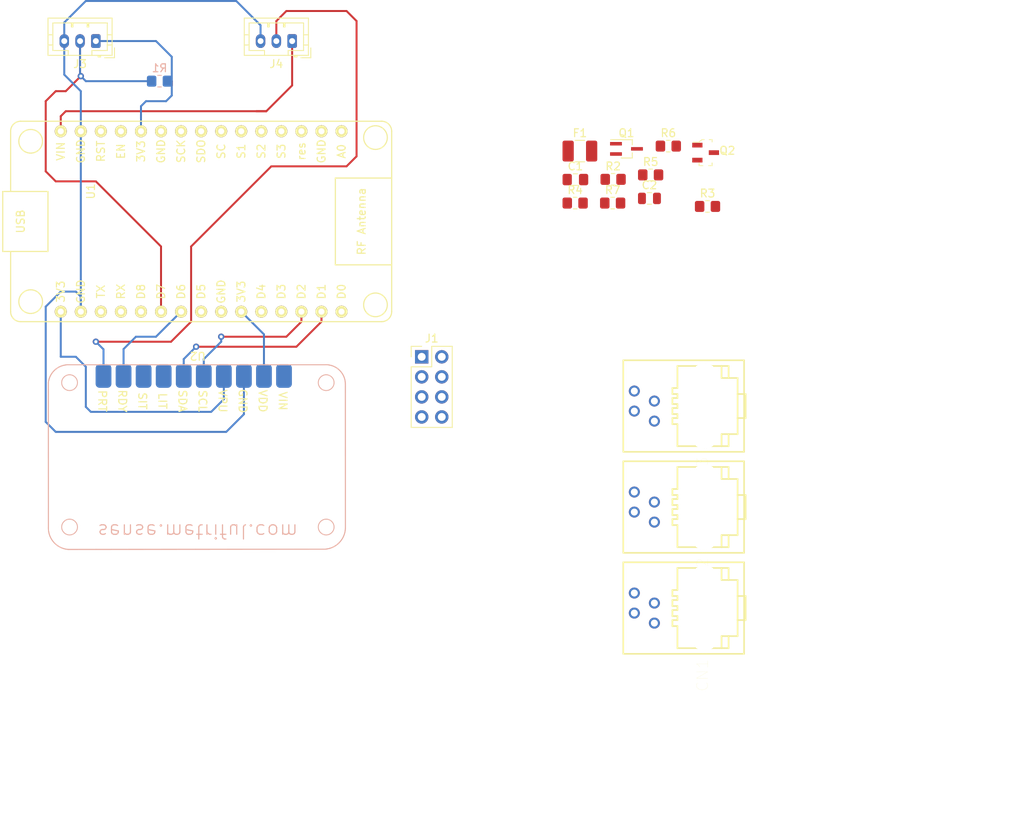
<source format=kicad_pcb>
(kicad_pcb (version 20211014) (generator pcbnew)
  (layers (0 "F.Cu" signal) (31 "B.Cu" signal) (34 "B.Paste" user) (35 "F.Paste" user) (36 "B.SilkS" user "B.Silkscreen") (37 "F.SilkS" user "F.Silkscreen") (38 "B.Mask" user) (39 "F.Mask" user) (44 "Edge.Cuts" user))
  (net 0 "")
  (net 1 "+3V3")
  (net 2 "Net-(J3-Pad2)")
  (net 3 "GND")
  (net 4 "VDD")
  (net 5 "Net-(J4-Pad2)")
  (net 15 "Net-(C1-Pad1)")
  (net 16 "Net-(J3-Pad1)")
  (net 21 "Net-(C2-Pad1)")
  (net 22 "Net-(U1-Pad22)")
  (net 23 "Net-(CN1-Pad2)")
  (net 24 "Net-(U1-Pad25)")
  (net 27 "Net-(U1-Pad28)")
  (net 28 "Net-(U1-Pad29)")
  (net 33 "Net-(F1-Pad2)")
  (net 34 "Net-(J1-Pad1)")
  (net 35 "Net-(J1-Pad3)")
  (net 36 "Net-(J1-Pad5)")
  (net 37 "Net-(J1-Pad7)")
  (net 38 "T_enable")
  (net 39 "Net-(Q1-Pad3)")
  (net 40 "Net-(Q2-Pad2)")
  (footprint "Fuse:Fuse_1210_3225Metric_Pad1.42x2.65mm_HandSolder" (layer "F.Cu") (at 142.585 52.04)
    (fp_text reference "F1" (at 0 -2.28) (layer "F.SilkS"))
    (fp_text value "Polyfuse_Small")
    (fp_line (start -0.602064 1.36) (end 0.602064 1.36) (layer "F.SilkS") (width 0.12))
    (fp_line (start -0.602064 -1.36) (end 0.602064 -1.36) (layer "F.SilkS") (width 0.12))
    (pad "1" smd roundrect (at -1.4875 0) (size 1.425 2.65) (layers "F.Cu" "F.Paste" "F.Mask") (roundrect_rratio 0.175439) (net 21 "Net-(C2-Pad1)"))
    (pad "2" smd roundrect (at 1.4875 0) (size 1.425 2.65) (layers "F.Cu" "F.Paste" "F.Mask") (roundrect_rratio 0.175439) (net 33 "Net-(F1-Pad2)"))
  )
  (footprint "Resistor_SMD:R_0805_2012Metric_Pad1.20x1.40mm_HandSolder" (layer "F.Cu") (at 146.735 58.63)
    (fp_text reference "R7" (at 0 -1.65) (layer "F.SilkS"))
    (fp_text value "22R")
    (fp_line (start -0.227064 0.735) (end 0.227064 0.735) (layer "F.SilkS") (width 0.12))
    (fp_line (start -0.227064 -0.735) (end 0.227064 -0.735) (layer "F.SilkS") (width 0.12))
    (pad "1" smd roundrect (at -1 0) (size 1.2 1.4) (layers "F.Cu" "F.Paste" "F.Mask") (roundrect_rratio 0.208333) (net 21 "Net-(C2-Pad1)"))
    (pad "2" smd roundrect (at 1 0) (size 1.2 1.4) (layers "F.Cu" "F.Paste" "F.Mask") (roundrect_rratio 0.208333) (net 23 "Net-(CN1-Pad2)"))
  )
  (footprint "1wire-v0.4:rj10" (layer "F.Cu") (at 157.48 97.155 90)
    (fp_text reference "CN2" (at -8.516405 0.635545 90) (layer "F.SilkS") (effects (font (size 1.40122 1.40122) (thickness 0.015))))
    (fp_text value "RJ10")
    (fp_line (start 1.016 -3.175) (end 1.016 -2.54) (layer "F.SilkS") (width 0.2032))
    (fp_line (start -3.556 3.937) (end -3.556 5.08) (layer "F.SilkS") (width 0.2032))
    (fp_line (start -5.8 5.9) (end 5.8 5.9) (layer "F.SilkS") (width 0.2032))
    (fp_line (start -1.016 -3.175) (end -0.254 -3.175) (layer "F.SilkS") (width 0.2032))
    (fp_line (start 5.8 5.9) (end 5.8 -9.4) (layer "F.SilkS") (width 0.2032))
    (fp_line (start 1.524 -3.175) (end 1.524 -2.54) (layer "F.SilkS") (width 0.2032))
    (fp_line (start 5.08 3.937) (end 5.08 3.048) (layer "F.SilkS") (width 0.2032))
    (fp_line (start 1.524 -3.175) (end 2.286 -3.175) (layer "F.SilkS") (width 0.2032))
    (fp_line (start -1.016 -2.54) (end -1.524 -2.54) (layer "F.SilkS") (width 0.2032))
    (fp_line (start 0.254 -2.54) (end -0.254 -2.54) (layer "F.SilkS") (width 0.2032))
    (fp_line (start -0.254 -3.175) (end -0.254 -2.54) (layer "F.SilkS") (width 0.2032))
    (fp_line (start -5.08 3.048) (end -5.08 3.937) (layer "F.SilkS") (width 0.2032))
    (fp_line (start 5.8 -9.4) (end -5.8 -9.4) (layer "F.SilkS") (width 0.2032))
    (fp_line (start -3.556 3.048) (end -3.556 3.937) (layer "F.SilkS") (width 0.2032))
    (fp_line (start -5.08 3.937) (end -3.556 3.937) (layer "F.SilkS") (width 0.2032))
    (fp_line (start -5.8 -9.4) (end -5.8 5.9) (layer "F.SilkS") (width 0.2032))
    (fp_line (start 0.254 -3.175) (end 1.016 -3.175) (layer "F.SilkS") (width 0.2032))
    (fp_line (start 5.08 3.048) (end 3.556 3.048) (layer "F.SilkS") (width 0.2032))
    (fp_line (start -1.524 5.08) (end 1.524 5.08) (layer "F.SilkS") (width 0.2032))
    (fp_line (start 3.556 3.048) (end 3.556 3.937) (layer "F.SilkS") (width 0.2032))
    (fp_line (start 5.08 -2.54) (end 2.286 -2.54) (layer "F.SilkS") (width 0.2032))
    (fp_line (start -2.286 -3.175) (end -1.524 -3.175) (layer "F.SilkS") (width 0.2032))
    (fp_line (start 5.08 3.937) (end 3.556 3.937) (layer "F.SilkS") (width 0.2032))
    (fp_line (start -2.286 -2.54) (end -5.08 -2.54) (layer "F.SilkS") (width 0.2032))
    (fp_line (start 1.524 6.096) (end 1.524 5.08) (layer "F.SilkS") (width 0.2032))
    (fp_line (start 3.556 3.937) (end 3.556 5.08) (layer "F.SilkS") (width 0.2032))
    (fp_line (start 2.286 -3.175) (end 2.286 -2.54) (layer "F.SilkS") (width 0.2032))
    (fp_line (start 0.254 -3.175) (end 0.254 -2.54) (layer "F.SilkS") (width 0.2032))
    (fp_line (start 5.08 3.048) (end 5.08 -2.54) (layer "F.SilkS") (width 0.2032))
    (fp_line (start 1.524 -2.54) (end 1.016 -2.54) (layer "F.SilkS") (width 0.2032))
    (fp_line (start -1.524 -3.175) (end -1.524 -2.54) (layer "F.SilkS") (width 0.2032))
    (fp_line (start -5.08 -2.54) (end -5.08 3.048) (layer "F.SilkS") (width 0.2032))
    (fp_line (start -1.524 5.08) (end -1.524 6.096) (layer "F.SilkS") (width 0.2032))
    (fp_line (start -1.016 -3.175) (end -1.016 -2.54) (layer "F.SilkS") (width 0.2032))
    (fp_line (start -5.08 3.048) (end -3.556 3.048) (layer "F.SilkS") (width 0.2032))
    (fp_line (start -2.286 -3.175) (end -2.286 -2.54) (layer "F.SilkS") (width 0.2032))
    (fp_line (start 1.524 5.08) (end 3.556 5.08) (layer "F.SilkS") (width 0.2032))
    (fp_line (start -1.524 6.096) (end 1.524 6.096) (layer "F.SilkS") (width 0.2032))
    (fp_line (start -3.556 5.08) (end -1.524 5.08) (layer "F.SilkS") (width 0.2032))
    (pad "" np_thru_hole circle locked (at -3.81 0.889 90) (size 3.2512 3.2512) (drill 3.2512) (layers *.Cu *.Mask))
    (pad "" np_thru_hole circle locked (at 3.81 0.889 90) (size 3.2512 3.2512) (drill 3.2512) (layers *.Cu *.Mask))
    (pad "1" thru_hole circle locked (at -1.905 -5.461 90) (size 1.397 1.397) (drill 0.889) (layers *.Cu *.Mask) (net 3 "GND"))
    (pad "2" thru_hole circle locked (at -0.635 -8.001 90) (size 1.397 1.397) (drill 0.889) (layers *.Cu *.Mask) (net 23 "Net-(CN1-Pad2)"))
    (pad "3" thru_hole circle locked (at 0.635 -5.461 90) (size 1.397 1.397) (drill 0.889) (layers *.Cu *.Mask) (net 15 "Net-(C1-Pad1)"))
    (pad "4" thru_hole circle locked (at 1.905 -8.001 90) (size 1.397 1.397) (drill 0.889) (layers *.Cu *.Mask))
  )
  (footprint "1wire-v0.4:rj10" (layer "F.Cu") (at 157.48 84.355 90)
    (fp_text reference "CN3" (at -8.516405 0.635545 90) (layer "F.SilkS") (effects (font (size 1.40122 1.40122) (thickness 0.015))))
    (fp_text value "RJ10")
    (fp_line (start 5.08 3.937) (end 5.08 3.048) (layer "F.SilkS") (width 0.2032))
    (fp_line (start 0.254 -2.54) (end -0.254 -2.54) (layer "F.SilkS") (width 0.2032))
    (fp_line (start -1.016 -3.175) (end -0.254 -3.175) (layer "F.SilkS") (width 0.2032))
    (fp_line (start -2.286 -3.175) (end -2.286 -2.54) (layer "F.SilkS") (width 0.2032))
    (fp_line (start -5.8 5.9) (end 5.8 5.9) (layer "F.SilkS") (width 0.2032))
    (fp_line (start 5.08 3.937) (end 3.556 3.937) (layer "F.SilkS") (width 0.2032))
    (fp_line (start 0.254 -3.175) (end 1.016 -3.175) (layer "F.SilkS") (width 0.2032))
    (fp_line (start 1.524 -3.175) (end 2.286 -3.175) (layer "F.SilkS") (width 0.2032))
    (fp_line (start -1.016 -2.54) (end -1.524 -2.54) (layer "F.SilkS") (width 0.2032))
    (fp_line (start 1.524 -2.54) (end 1.016 -2.54) (layer "F.SilkS") (width 0.2032))
    (fp_line (start -5.08 3.048) (end -3.556 3.048) (layer "F.SilkS") (width 0.2032))
    (fp_line (start 0.254 -3.175) (end 0.254 -2.54) (layer "F.SilkS") (width 0.2032))
    (fp_line (start -3.556 5.08) (end -1.524 5.08) (layer "F.SilkS") (width 0.2032))
    (fp_line (start -1.524 5.08) (end -1.524 6.096) (layer "F.SilkS") (width 0.2032))
    (fp_line (start -3.556 3.937) (end -3.556 5.08) (layer "F.SilkS") (width 0.2032))
    (fp_line (start 3.556 3.937) (end 3.556 5.08) (layer "F.SilkS") (width 0.2032))
    (fp_line (start 5.08 3.048) (end 5.08 -2.54) (layer "F.SilkS") (width 0.2032))
    (fp_line (start -1.524 5.08) (end 1.524 5.08) (layer "F.SilkS") (width 0.2032))
    (fp_line (start 1.016 -3.175) (end 1.016 -2.54) (layer "F.SilkS") (width 0.2032))
    (fp_line (start 5.08 3.048) (end 3.556 3.048) (layer "F.SilkS") (width 0.2032))
    (fp_line (start -2.286 -2.54) (end -5.08 -2.54) (layer "F.SilkS") (width 0.2032))
    (fp_line (start -1.016 -3.175) (end -1.016 -2.54) (layer "F.SilkS") (width 0.2032))
    (fp_line (start 1.524 -3.175) (end 1.524 -2.54) (layer "F.SilkS") (width 0.2032))
    (fp_line (start 2.286 -3.175) (end 2.286 -2.54) (layer "F.SilkS") (width 0.2032))
    (fp_line (start -0.254 -3.175) (end -0.254 -2.54) (layer "F.SilkS") (width 0.2032))
    (fp_line (start -3.556 3.048) (end -3.556 3.937) (layer "F.SilkS") (width 0.2032))
    (fp_line (start -5.08 3.048) (end -5.08 3.937) (layer "F.SilkS") (width 0.2032))
    (fp_line (start -1.524 6.096) (end 1.524 6.096) (layer "F.SilkS") (width 0.2032))
    (fp_line (start 5.08 -2.54) (end 2.286 -2.54) (layer "F.SilkS") (width 0.2032))
    (fp_line (start -5.8 -9.4) (end -5.8 5.9) (layer "F.SilkS") (width 0.2032))
    (fp_line (start -1.524 -3.175) (end -1.524 -2.54) (layer "F.SilkS") (width 0.2032))
    (fp_line (start 1.524 6.096) (end 1.524 5.08) (layer "F.SilkS") (width 0.2032))
    (fp_line (start 3.556 3.048) (end 3.556 3.937) (layer "F.SilkS") (width 0.2032))
    (fp_line (start -5.08 3.937) (end -3.556 3.937) (layer "F.SilkS") (width 0.2032))
    (fp_line (start 1.524 5.08) (end 3.556 5.08) (layer "F.SilkS") (width 0.2032))
    (fp_line (start 5.8 5.9) (end 5.8 -9.4) (layer "F.SilkS") (width 0.2032))
    (fp_line (start -5.08 -2.54) (end -5.08 3.048) (layer "F.SilkS") (width 0.2032))
    (fp_line (start -2.286 -3.175) (end -1.524 -3.175) (layer "F.SilkS") (width 0.2032))
    (fp_line (start 5.8 -9.4) (end -5.8 -9.4) (layer "F.SilkS") (width 0.2032))
    (pad "" np_thru_hole circle locked (at -3.81 0.889 90) (size 3.2512 3.2512) (drill 3.2512) (layers *.Cu *.Mask))
    (pad "" np_thru_hole circle locked (at 3.81 0.889 90) (size 3.2512 3.2512) (drill 3.2512) (layers *.Cu *.Mask))
    (pad "1" thru_hole circle locked (at -1.905 -5.461 90) (size 1.397 1.397) (drill 0.889) (layers *.Cu *.Mask) (net 3 "GND"))
    (pad "2" thru_hole circle locked (at -0.635 -8.001 90) (size 1.397 1.397) (drill 0.889) (layers *.Cu *.Mask) (net 23 "Net-(CN1-Pad2)"))
    (pad "3" thru_hole circle locked (at 0.635 -5.461 90) (size 1.397 1.397) (drill 0.889) (layers *.Cu *.Mask) (net 15 "Net-(C1-Pad1)"))
    (pad "4" thru_hole circle locked (at 1.905 -8.001 90) (size 1.397 1.397) (drill 0.889) (layers *.Cu *.Mask))
  )
  (footprint "Connector_JST:JST_PH_B3B-PH-K_1x03_P2.00mm_Vertical" (layer "F.Cu") (at 81.28 38.1 180)
    (fp_text reference "J3" (at 2 -2.9) (layer "F.SilkS"))
    (fp_text value "DS18b20")
    (fp_line (start 6.06 -1.81) (end -2.06 -1.81) (layer "F.SilkS") (width 0.12))
    (fp_line (start -2.06 2.91) (end 6.06 2.91) (layer "F.SilkS") (width 0.12))
    (fp_line (start -2.06 -0.5) (end -1.45 -0.5) (layer "F.SilkS") (width 0.12))
    (fp_line (start -1.45 2.3) (end 5.45 2.3) (layer "F.SilkS") (width 0.12))
    (fp_line (start -0.3 -1.81) (end -0.3 -2.01) (layer "F.SilkS") (width 0.12))
    (fp_line (start 2.9 1.8) (end 3.1 1.8) (layer "F.SilkS") (width 0.12))
    (fp_line (start 3.1 1.8) (end 3.1 2.3) (layer "F.SilkS") (width 0.12))
    (fp_line (start 3 2.3) (end 3 1.8) (layer "F.SilkS") (width 0.12))
    (fp_line (start -2.06 -1.81) (end -2.06 2.91) (layer "F.SilkS") (width 0.12))
    (fp_line (start 1 2.3) (end 1 1.8) (layer "F.SilkS") (width 0.12))
    (fp_line (start 0.5 -1.2) (end -1.45 -1.2) (layer "F.SilkS") (width 0.12))
    (fp_line (start 5.45 2.3) (end 5.45 -1.2) (layer "F.SilkS") (width 0.12))
    (fp_line (start -0.3 -1.91) (end -0.6 -1.91) (layer "F.SilkS") (width 0.12))
    (fp_line (start -2.06 0.8) (end -1.45 0.8) (layer "F.SilkS") (width 0.12))
    (fp_line (start 0.5 -1.81) (end 0.5 -1.2) (layer "F.SilkS") (width 0.12))
    (fp_line (start 6.06 -0.5) (end 5.45 -0.5) (layer "F.SilkS") (width 0.12))
    (fp_line (start 2.9 2.3) (end 2.9 1.8) (layer "F.SilkS") (width 0.12))
    (fp_line (start 0.9 2.3) (end 0.9 1.8) (layer "F.SilkS") (width 0.12))
    (fp_line (start -1.11 -2.11) (end -2.36 -2.11) (layer "F.SilkS") (width 0.12))
    (fp_line (start 6.06 0.8) (end 5.45 0.8) (layer "F.SilkS") (width 0.12))
    (fp_line (start 3.5 -1.2) (end 3.5 -1.81) (layer "F.SilkS") (width 0.12))
    (fp_line (start -0.6 -2.01) (end -0.6 -1.81) (layer "F.SilkS") (width 0.12))
    (fp_line (start -0.3 -2.01) (end -0.6 -2.01) (layer "F.SilkS") (width 0.12))
    (fp_line (start 1.1 1.8) (end 1.1 2.3) (layer "F.SilkS") (width 0.12))
    (fp_line (start -1.45 -1.2) (end -1.45 2.3) (layer "F.SilkS") (width 0.12))
    (fp_line (start 6.06 2.91) (end 6.06 -1.81) (layer "F.SilkS") (width 0.12))
    (fp_line (start -2.36 -2.11) (end -2.36 -0.86) (layer "F.SilkS") (width 0.12))
    (fp_line (start 5.45 -1.2) (end 3.5 -1.2) (layer "F.SilkS") (width 0.12))
    (fp_line (start 0.9 1.8) (end 1.1 1.8) (layer "F.SilkS") (width 0.12))
    (pad "1" thru_hole roundrect (at 0 0 180) (size 1.2 1.75) (drill 0.75) (layers *.Cu *.Mask) (roundrect_rratio 0.208333) (net 16 "Net-(J3-Pad1)"))
    (pad "2" thru_hole oval (at 2 0 180) (size 1.2 1.75) (drill 0.75) (layers *.Cu *.Mask) (net 2 "Net-(J3-Pad2)"))
    (pad "3" thru_hole oval (at 4 0 180) (size 1.2 1.75) (drill 0.75) (layers *.Cu *.Mask) (net 3 "GND"))
  )
  (footprint "Connector_PinHeader_2.54mm:PinHeader_2x04_P2.54mm_Vertical" (layer "F.Cu") (at 122.55 78.115)
    (fp_text reference "J1" (at 1.27 -2.33) (layer "F.SilkS"))
    (fp_text value "Conn_02x04_Odd_Even")
    (fp_line (start -1.33 1.27) (end 1.27 1.27) (layer "F.SilkS") (width 0.12))
    (fp_line (start -1.33 -1.33) (end 0 -1.33) (layer "F.SilkS") (width 0.12))
    (fp_line (start 1.27 -1.33) (end 3.87 -1.33) (layer "F.SilkS") (width 0.12))
    (fp_line (start -1.33 1.27) (end -1.33 8.95) (layer "F.SilkS") (width 0.12))
    (fp_line (start 1.27 1.27) (end 1.27 -1.33) (layer "F.SilkS") (width 0.12))
    (fp_line (start -1.33 0) (end -1.33 -1.33) (layer "F.SilkS") (width 0.12))
    (fp_line (start -1.33 8.95) (end 3.87 8.95) (layer "F.SilkS") (width 0.12))
    (fp_line (start 3.87 -1.33) (end 3.87 8.95) (layer "F.SilkS") (width 0.12))
    (pad "1" thru_hole rect (at 0 0) (size 1.7 1.7) (drill 1) (layers *.Cu *.Mask) (net 34 "Net-(J1-Pad1)"))
    (pad "2" thru_hole oval (at 2.54 0) (size 1.7 1.7) (drill 1) (layers *.Cu *.Mask) (net 3 "GND"))
    (pad "3" thru_hole oval (at 0 2.54) (size 1.7 1.7) (drill 1) (layers *.Cu *.Mask) (net 35 "Net-(J1-Pad3)"))
    (pad "4" thru_hole oval (at 2.54 2.54) (size 1.7 1.7) (drill 1) (layers *.Cu *.Mask) (net 3 "GND"))
    (pad "5" thru_hole oval (at 0 5.08) (size 1.7 1.7) (drill 1) (layers *.Cu *.Mask) (net 36 "Net-(J1-Pad5)"))
    (pad "6" thru_hole oval (at 2.54 5.08) (size 1.7 1.7) (drill 1) (layers *.Cu *.Mask) (net 3 "GND"))
    (pad "7" thru_hole oval (at 0 7.62) (size 1.7 1.7) (drill 1) (layers *.Cu *.Mask) (net 37 "Net-(J1-Pad7)"))
    (pad "8" thru_hole oval (at 2.54 7.62) (size 1.7 1.7) (drill 1) (layers *.Cu *.Mask) (net 3 "GND"))
  )
  (footprint "Resistor_SMD:R_0805_2012Metric_Pad1.20x1.40mm_HandSolder" (layer "F.Cu") (at 151.545 55.06)
    (fp_text reference "R5" (at 0 -1.65) (layer "F.SilkS"))
    (fp_text value "22R")
    (fp_line (start -0.227064 -0.735) (end 0.227064 -0.735) (layer "F.SilkS") (width 0.12))
    (fp_line (start -0.227064 0.735) (end 0.227064 0.735) (layer "F.SilkS") (width 0.12))
    (pad "1" smd roundrect (at -1 0) (size 1.2 1.4) (layers "F.Cu" "F.Paste" "F.Mask") (roundrect_rratio 0.208333) (net 15 "Net-(C1-Pad1)"))
    (pad "2" smd roundrect (at 1 0) (size 1.2 1.4) (layers "F.Cu" "F.Paste" "F.Mask") (roundrect_rratio 0.208333) (net 15 "Net-(C1-Pad1)"))
  )
  (footprint "Resistor_SMD:R_0805_2012Metric_Pad1.20x1.40mm_HandSolder" (layer "F.Cu") (at 153.785 51.41)
    (fp_text reference "R6" (at 0 -1.65) (layer "F.SilkS"))
    (fp_text value "10k")
    (fp_line (start -0.227064 -0.735) (end 0.227064 -0.735) (layer "F.SilkS") (width 0.12))
    (fp_line (start -0.227064 0.735) (end 0.227064 0.735) (layer "F.SilkS") (width 0.12))
    (pad "1" smd roundrect (at -1 0) (size 1.2 1.4) (layers "F.Cu" "F.Paste" "F.Mask") (roundrect_rratio 0.208333) (net 3 "GND"))
    (pad "2" smd roundrect (at 1 0) (size 1.2 1.4) (layers "F.Cu" "F.Paste" "F.Mask") (roundrect_rratio 0.208333) (net 21 "Net-(C2-Pad1)"))
  )
  (footprint "1wire-v0.4:rj10" (layer "F.Cu") (at 157.48 109.955 90)
    (fp_text reference "CN1" (at -8.516405 0.635545 90) (layer "F.SilkS") (effects (font (size 1.40122 1.40122) (thickness 0.015))))
    (fp_text value "RJ10")
    (fp_line (start 0.254 -3.175) (end 0.254 -2.54) (layer "F.SilkS") (width 0.2032))
    (fp_line (start 3.556 3.937) (end 3.556 5.08) (layer "F.SilkS") (width 0.2032))
    (fp_line (start -0.254 -3.175) (end -0.254 -2.54) (layer "F.SilkS") (width 0.2032))
    (fp_line (start 1.016 -3.175) (end 1.016 -2.54) (layer "F.SilkS") (width 0.2032))
    (fp_line (start 0.254 -2.54) (end -0.254 -2.54) (layer "F.SilkS") (width 0.2032))
    (fp_line (start -1.524 -3.175) (end -1.524 -2.54) (layer "F.SilkS") (width 0.2032))
    (fp_line (start 2.286 -3.175) (end 2.286 -2.54) (layer "F.SilkS") (width 0.2032))
    (fp_line (start 5.08 3.937) (end 5.08 3.048) (layer "F.SilkS") (width 0.2032))
    (fp_line (start -1.016 -3.175) (end -1.016 -2.54) (layer "F.SilkS") (width 0.2032))
    (fp_line (start 0.254 -3.175) (end 1.016 -3.175) (layer "F.SilkS") (width 0.2032))
    (fp_line (start -5.8 5.9) (end 5.8 5.9) (layer "F.SilkS") (width 0.2032))
    (fp_line (start -5.8 -9.4) (end -5.8 5.9) (layer "F.SilkS") (width 0.2032))
    (fp_line (start 1.524 -2.54) (end 1.016 -2.54) (layer "F.SilkS") (width 0.2032))
    (fp_line (start 5.08 3.048) (end 3.556 3.048) (layer "F.SilkS") (width 0.2032))
    (fp_line (start -1.016 -3.175) (end -0.254 -3.175) (layer "F.SilkS") (width 0.2032))
    (fp_line (start 3.556 3.048) (end 3.556 3.937) (layer "F.SilkS") (width 0.2032))
    (fp_line (start -1.524 6.096) (end 1.524 6.096) (layer "F.SilkS") (width 0.2032))
    (fp_line (start -5.08 -2.54) (end -5.08 3.048) (layer "F.SilkS") (width 0.2032))
    (fp_line (start 1.524 5.08) (end 3.556 5.08) (layer "F.SilkS") (width 0.2032))
    (fp_line (start 1.524 6.096) (end 1.524 5.08) (layer "F.SilkS") (width 0.2032))
    (fp_line (start -1.524 5.08) (end 1.524 5.08) (layer "F.SilkS") (width 0.2032))
    (fp_line (start -2.286 -2.54) (end -5.08 -2.54) (layer "F.SilkS") (width 0.2032))
    (fp_line (start -5.08 3.937) (end -3.556 3.937) (layer "F.SilkS") (width 0.2032))
    (fp_line (start -3.556 3.937) (end -3.556 5.08) (layer "F.SilkS") (width 0.2032))
    (fp_line (start -2.286 -3.175) (end -2.286 -2.54) (layer "F.SilkS") (width 0.2032))
    (fp_line (start 1.524 -3.175) (end 1.524 -2.54) (layer "F.SilkS") (width 0.2032))
    (fp_line (start 1.524 -3.175) (end 2.286 -3.175) (layer "F.SilkS") (width 0.2032))
    (fp_line (start 5.8 5.9) (end 5.8 -9.4) (layer "F.SilkS") (width 0.2032))
    (fp_line (start -1.016 -2.54) (end -1.524 -2.54) (layer "F.SilkS") (width 0.2032))
    (fp_line (start -1.524 5.08) (end -1.524 6.096) (layer "F.SilkS") (width 0.2032))
    (fp_line (start -5.08 3.048) (end -3.556 3.048) (layer "F.SilkS") (width 0.2032))
    (fp_line (start 5.08 -2.54) (end 2.286 -2.54) (layer "F.SilkS") (width 0.2032))
    (fp_line (start -3.556 3.048) (end -3.556 3.937) (layer "F.SilkS") (width 0.2032))
    (fp_line (start -3.556 5.08) (end -1.524 5.08) (layer "F.SilkS") (width 0.2032))
    (fp_line (start -2.286 -3.175) (end -1.524 -3.175) (layer "F.SilkS") (width 0.2032))
    (fp_line (start 5.8 -9.4) (end -5.8 -9.4) (layer "F.SilkS") (width 0.2032))
    (fp_line (start -5.08 3.048) (end -5.08 3.937) (layer "F.SilkS") (width 0.2032))
    (fp_line (start 5.08 3.937) (end 3.556 3.937) (layer "F.SilkS") (width 0.2032))
    (fp_line (start 5.08 3.048) (end 5.08 -2.54) (layer "F.SilkS") (width 0.2032))
    (pad "" np_thru_hole circle locked (at -3.81 0.889 90) (size 3.2512 3.2512) (drill 3.2512) (layers *.Cu *.Mask))
    (pad "" np_thru_hole circle locked (at 3.81 0.889 90) (size 3.2512 3.2512) (drill 3.2512) (layers *.Cu *.Mask))
    (pad "1" thru_hole circle locked (at -1.905 -5.461 90) (size 1.397 1.397) (drill 0.889) (layers *.Cu *.Mask) (net 3 "GND"))
    (pad "2" thru_hole circle locked (at -0.635 -8.001 90) (size 1.397 1.397) (drill 0.889) (layers *.Cu *.Mask) (net 23 "Net-(CN1-Pad2)"))
    (pad "3" thru_hole circle locked (at 0.635 -5.461 90) (size 1.397 1.397) (drill 0.889) (layers *.Cu *.Mask) (net 15 "Net-(C1-Pad1)"))
    (pad "4" thru_hole circle locked (at 1.905 -8.001 90) (size 1.397 1.397) (drill 0.889) (layers *.Cu *.Mask))
  )
  (footprint "Module:NodeMCU1.0(12-E)" (layer "F.Cu") (at 112.395 49.53 -90)
    (fp_text reference "U1" (at 7.62 31.75 90) (layer "F.SilkS"))
    (fp_text value "NodeMCU_1.0_(ESP-12E)")
    (fp_text user "D2" (at 20.32 5.08 90) (layer "F.SilkS"))
    (fp_text user "TX" (at 20.32 30.48 90) (layer "F.SilkS"))
    (fp_text user "EN" (at 2.54 27.94 90) (layer "F.SilkS"))
    (fp_text user "A0" (at 2.54 0 90) (layer "F.SilkS"))
    (fp_text user "S1" (at 2.54 12.7 90) (layer "F.SilkS"))
    (fp_text user "S3" (at 2.54 7.62 90) (layer "F.SilkS"))
    (fp_text user "SC" (at 2.54 15.24 90) (layer "F.SilkS"))
    (fp_text user "S2" (at 2.54 10.16 90) (layer "F.SilkS"))
    (fp_text user "D8" (at 20.32 25.4 90) (layer "F.SilkS"))
    (fp_text user "D3" (at 20.32 7.62 90) (layer "F.SilkS"))
    (fp_text user "D7" (at 20.32 22.86 90) (layer "F.SilkS"))
    (fp_text user "SDO" (at 2.54 17.78 90) (layer "F.SilkS"))
    (fp_text user "D4" (at 20.32 10.16 90) (layer "F.SilkS"))
    (fp_text user "GND" (at 2.54 2.54 90) (layer "F.SilkS"))
    (fp_text user "USB" (at 11.43 40.64 90) (layer "F.SilkS"))
    (fp_text user "3V3" (at 20.32 12.7 90) (layer "F.SilkS"))
    (fp_text user "3V3" (at 2.54 25.4 90) (layer "F.SilkS"))
    (fp_text user "D6" (at 20.32 20.32 90) (layer "F.SilkS"))
    (fp_text user "VIN" (at 2.54 35.56 90) (layer "F.SilkS"))
    (fp_text user "GND" (at 2.54 22.86 90) (layer "F.SilkS"))
    (fp_text user "SCK" (at 2.54 20.32 90) (layer "F.SilkS"))
    (fp_text user "res" (at 2.54 5.08 90) (layer "F.SilkS"))
    (fp_text user "3V3" (at 20.32 35.56 90) (layer "F.SilkS"))
    (fp_text user "GND" (at 2.54 33.02 90) (layer "F.SilkS"))
    (fp_text user "D5" (at 20.32 17.78 90) (layer "F.SilkS"))
    (fp_text user "GND" (at 20.32 33.02 90) (layer "F.SilkS"))
    (fp_text user "D1" (at 20.32 2.54 90) (layer "F.SilkS"))
    (fp_text user "RX" (at 20.32 27.94 90) (layer "F.SilkS"))
    (fp_text user "D0" (at 20.32 0 90) (layer "F.SilkS"))
    (fp_text user "RF Antenna" (at 11.43 -2.54 90) (layer "F.SilkS"))
    (fp_text user "GND" (at 20.32 15.24 90) (layer "F.SilkS"))
    (fp_text user "RST" (at 2.54 30.48 90) (layer "F.SilkS"))
    (fp_line (start 16.93 0.78) (end 5.93 0.78) (layer "F.SilkS") (width 0.15))
    (fp_line (start 7.63 42.91) (end 7.63 37.18) (layer "F.SilkS") (width 0.15))
    (fp_line (start 5.93 0.78) (end 5.93 -6.35) (layer "F.SilkS") (width 0.15))
    (fp_line (start 15.23 42.91) (end 7.63 42.91) (layer "F.SilkS") (width 0.15))
    (fp_line (start 7.63 37.18) (end 15.23 37.18) (layer "F.SilkS") (width 0.15))
    (fp_line (start 16.93 -6.35) (end 16.93 0.78) (layer "F.SilkS") (width 0.15))
    (fp_line (start 22.86 41.91) (end 15.24 41.91) (layer "F.SilkS") (width 0.15))
    (fp_line (start 22.86 -6.35) (end 0 -6.35) (layer "F.SilkS") (width 0.15))
    (fp_line (start 7.62 41.91) (end 0 41.91) (layer "F.SilkS") (width 0.15))
    (fp_line (start 15.23 37.18) (end 15.23 42.91) (layer "F.SilkS") (width 0.15))
    (fp_line (start 24.13 -5.08) (end 24.13 40.64) (layer "F.SilkS") (width 0.15))
    (fp_line (start -1.27 -5.08) (end -1.27 40.64) (layer "F.SilkS") (width 0.15))
    (fp_arc (start -1.27 -5.08) (mid -0.898026 -5.978026) (end 0 -6.35) (layer "F.SilkS") (width 0.15))
    (fp_arc (start 24.13 40.64) (mid 23.758026 41.538026) (end 22.86 41.91) (layer "F.SilkS") (width 0.15))
    (fp_arc (start 22.86 -6.35) (mid 23.758026 -5.978026) (end 24.13 -5.08) (layer "F.SilkS") (width 0.15))
    (fp_arc (start 0 41.91) (mid -0.898026 41.538026) (end -1.27 40.64) (layer "F.SilkS") (width 0.15))
    (fp_circle (center 0.8 -4.3) (end 2.3 -4.3) (layer "F.SilkS") (width 0.15) (fill none))
    (fp_circle (center 1.27 39.37) (end 2.77 39.37) (layer "F.SilkS") (width 0.15) (fill none))
    (fp_circle (center 22 -4.3) (end 23.5 -4.3) (layer "F.SilkS") (width 0.15) (fill none))
    (fp_circle (center 21.59 39.37) (end 23.09 39.37) (layer "F.SilkS") (width 0.15) (fill none))
    (pad "1" thru_hole circle (at 0 0 270) (size 1.524 1.524) (drill 0.762) (layers *.Cu *.Mask "F.SilkS"))
    (pad "2" thru_hole circle (at 0 2.54 270) (size 1.524 1.524) (drill 0.762) (layers *.Cu *.Mask "F.SilkS"))
    (pad "3" thru_hole circle (at 0 5.08 270) (size 1.524 1.524) (drill 0.762) (layers *.Cu *.Mask "F.SilkS"))
    (pad "4" thru_hole circle (at 0 7.62 270) (size 1.524 1.524) (drill 0.762) (layers *.Cu *.Mask "F.SilkS"))
    (pad "5" thru_hole circle (at 0 10.16 270) (size 1.524 1.524) (drill 0.762) (layers *.Cu *.Mask "F.SilkS"))
    (pad "6" thru_hole circle (at 0 12.7 270) (size 1.524 1.524) (drill 0.762) (layers *.Cu *.Mask "F.SilkS"))
    (pad "7" thru_hole circle (at 0 15.24 270) (size 1.524 1.524) (drill 0.762) (layers *.Cu *.Mask "F.SilkS"))
    (pad "8" thru_hole circle (at 0 17.78 270) (size 1.524 1.524) (drill 0.762) (layers *.Cu *.Mask "F.SilkS"))
    (pad "9" thru_hole circle (at 0 20.32 270) (size 1.524 1.524) (drill 0.762) (layers *.Cu *.Mask "F.SilkS"))
    (pad "10" thru_hole circle (at 0 22.86 270) (size 1.524 1.524) (drill 0.762) (layers *.Cu *.Mask "F.SilkS") (net 3 "GND"))
    (pad "11" thru_hole circle (at 0 25.4 270) (size 1.524 1.524) (drill 0.762) (layers *.Cu *.Mask "F.SilkS") (net 40 "Net-(Q2-Pad2)"))
    (pad "12" thru_hole circle (at 0 27.94 270) (size 1.524 1.524) (drill 0.762) (layers *.Cu *.Mask "F.SilkS"))
    (pad "13" thru_hole circle (at 0 30.48 270) (size 1.524 1.524) (drill 0.762) (layers *.Cu *.Mask "F.SilkS"))
    (pad "14" thru_hole circle (at 0 33.02 270) (size 1.524 1.524) (drill 0.762) (layers *.Cu *.Mask "F.SilkS") (net 3 "GND"))
    (pad "15" thru_hole circle (at 0 35.56 270) (size 1.524 1.524) (drill 0.762) (layers *.Cu *.Mask "F.SilkS") (net 4 "VDD"))
    (pad "16" thru_hole circle (at 22.86 35.56 270) (size 1.524 1.524) (drill 0.762) (layers *.Cu *.Mask "F.SilkS") (net 1 "+3V3"))
    (pad "17" thru_hole circle (at 22.86 33.02 270) (size 1.524 1.524) (drill 0.762) (layers *.Cu *.Mask "F.SilkS") (net 3 "GND"))
    (pad "18" thru_hole circle (at 22.86 30.48 270) (size 1.524 1.524) (drill 0.762) (layers *.Cu *.Mask "F.SilkS"))
    (pad "19" thru_hole circle (at 22.86 27.94 270) (size 1.524 1.524) (drill 0.762) (layers *.Cu *.Mask "F.SilkS"))
    (pad "20" thru_hole circle (at 22.86 25.4 270) (size 1.524 1.524) (drill 0.762) (layers *.Cu *.Mask "F.SilkS") (net 37 "Net-(J1-Pad7)"))
    (pad "21" thru_hole circle (at 22.86 22.86 270) (size 1.524 1.524) (drill 0.762) (layers *.Cu *.Mask "F.SilkS") (net 15 "Net-(C1-Pad1)"))
    (pad "22" thru_hole circle (at 22.86 20.32 270) (size 1.524 1.524) (drill 0.762) (layers *.Cu *.Mask "F.SilkS") (net 22 "Net-(U1-Pad22)"))
    (pad "23" thru_hole circle (at 22.86 17.78 270) (size 1.524 1.524) (drill 0.762) (layers *.Cu *.Mask "F.SilkS") (net 38 "T_enable"))
    (pad "24" thru_hole circle (at 22.86 15.24 270) (size 1.524 1.524) (drill 0.762) (layers *.Cu *.Mask "F.SilkS") (net 3 "GND"))
    (pad "25" thru_hole circle (at 22.86 12.7 270) (size 1.524 1.524) (drill 0.762) (layers *.Cu *.Mask "F.SilkS") (net 24 "Net-(U1-Pad25)"))
    (pad "26" thru_hole circle (at 22.86 10.16 270) (size 1.524 1.524) (drill 0.762) (layers *.Cu *.Mask "F.SilkS") (net 36 "Net-(J1-Pad5)"))
    (pad "27" thru_hole circle (at 22.86 7.62 270) (size 1.524 1.524) (drill 0.762) (layers *.Cu *.Mask "F.SilkS") (net 35 "Net-(J1-Pad3)"))
    (pad "28" thru_hole circle (at 22.86 5.08 270) (size 1.524 1.524) (drill 0.762) (layers *.Cu *.Mask "F.SilkS") (net 27 "Net-(U1-Pad28)"))
    (pad "29" thru_hole circle (at 22.86 2.54 270) (size 1.524 1.524) (drill 0.762) (layers *.Cu *.Mask "F.SilkS") (net 28 "Net-(U1-Pad29)"))
    (pad "30" thru_hole circle (at 22.86 0 270) (size 1.524 1.524) (drill 0.762) (layers *.Cu *.Mask "F.SilkS") (net 34 "Net-(J1-Pad1)"))
  )
  (footprint "Capacitor_SMD:C_0805_2012Metric_Pad1.18x1.45mm_HandSolder" (layer "F.Cu") (at 142.015 55.65)
    (fp_text reference "C1" (at 0 -1.68) (layer "F.SilkS"))
    (fp_text value "100pF")
    (fp_line (start -0.261252 -0.735) (end 0.261252 -0.735) (layer "F.SilkS") (width 0.12))
    (fp_line (start -0.261252 0.735) (end 0.261252 0.735) (layer "F.SilkS") (width 0.12))
    (pad "1" smd roundrect (at -1.0375 0) (size 1.175 1.45) (layers "F.Cu" "F.Paste" "F.Mask") (roundrect_rratio 0.212766) (net 15 "Net-(C1-Pad1)"))
    (pad "2" smd roundrect (at 1.0375 0) (size 1.175 1.45) (layers "F.Cu" "F.Paste" "F.Mask") (roundrect_rratio 0.212766) (net 3 "GND"))
  )
  (footprint "Sensor:Metriful_SMD-1" (layer "F.Cu") (at 75.264564 79.273213 180)
    (fp_text reference "U2" (at -18.926358 1.27 180 unlocked) (layer "F.SilkS"))
    (fp_text value "Metriful-1")
    (fp_text user "sense.metriful.com" (at -18.926358 -20.955 180 unlocked) (layer "B.SilkS") (effects (font (size 1.8 1.8)) (justify mirror)))
    (fp_text user "GND" (at -24.615 -4.445 270 unlocked) (layer "F.SilkS"))
    (fp_text user "VPU" (at -22.075 -4.445 270 unlocked) (layer "F.SilkS"))
    (fp_text user "SIT" (at -11.915 -4.445 270 unlocked) (layer "F.SilkS"))
    (fp_text user "SCL" (at -19.535 -4.445 270 unlocked) (layer "F.SilkS"))
    (fp_text user "VIN" (at -29.695 -4.445 270 unlocked) (layer "F.SilkS"))
    (fp_text user "SDA" (at -16.995 -4.445 270 unlocked) (layer "F.SilkS"))
    (fp_text user "RDY" (at -9.375 -4.445 270 unlocked) (layer "F.SilkS"))
    (fp_text user "PRT" (at -6.835 -4.445 270 unlocked) (layer "F.SilkS"))
    (fp_text user "LIT" (at -14.455 -4.445 270 unlocked) (layer "F.SilkS"))
    (fp_text user "VDD" (at -27.155 -4.445 270 unlocked) (layer "F.SilkS"))
    (fp_line (start 0 -2.115) (end -0.005814 -20.419485) (layer "B.SilkS") (width 0.12))
    (fp_line (start -37.620873 -20.576327) (end -37.616909 -2.283673) (layer "B.SilkS") (width 0.12))
    (fp_line (start -34.972397 0.148989) (end -2.684842 0.146445) (layer "B.SilkS") (width 0.12))
    (fp_line (start -2.557189 -23.253574) (end -34.83038 -23.22084) (layer "B.SilkS") (width 0.12))
    (fp_arc (start -37.620873 -20.576327) (mid -36.764554 -22.467261) (end -34.83038 -23.22084) (layer "B.SilkS") (width 0.12))
    (fp_arc (start 0 -2.115) (mid -0.891309 -0.448706) (end -2.684842 0.146445) (layer "B.SilkS") (width 0.12))
    (fp_arc (start -34.972397 0.148989) (mid -36.823532 -0.492406) (end -37.616909 -2.283673) (layer "B.SilkS") (width 0.12))
    (fp_arc (start -2.557189 -23.253574) (mid -0.700329 -22.359727) (end -0.005814 -20.419485) (layer "B.SilkS") (width 0.12))
    (fp_circle (center -2.686358 -20.415) (end -3.686358 -20.415) (layer "B.SilkS") (width 0.12) (fill none))
    (fp_circle (center -35.186358 -20.415) (end -36.186358 -20.415) (layer "B.SilkS") (width 0.12) (fill none))
    (fp_circle (center -2.686358 -2.115) (end -3.686358 -2.115) (layer "B.SilkS") (width 0.12) (fill none))
    (fp_circle (center -35.186358 -2.115) (end -36.186358 -2.115) (layer "B.SilkS") (width 0.12) (fill none))
    (fp_poly (pts (arc (start 0 -2.115) (mid -0.891067 -0.44842) (end -2.684842 0.146445)) (arc (start -34.972397 0.148989) (mid -36.823529 -0.492408) (end -37.616909 -2.283673)) (arc (start -37.620873 -20.576327) (mid -36.76471 -22.467424) (end -34.83038 -23.22084)) (arc (start -2.557189 -23.253574) (mid -0.700391 -22.359671) (end -0.005814 -20.419485))) (layer "B.SilkS") (width 0.12) (fill none))
    (pad "1" smd roundrect (at -6.985 -1.27 180) (size 2 3) (layers "B.Cu" "B.Paste" "B.Mask") (net 5 "Net-(J4-Pad2)"))
    (pad "2" smd roundrect (at -9.525 -1.27 180) (size 2 3) (layers "B.Cu" "B.Paste" "B.Mask") (net 22 "Net-(U1-Pad22)"))
    (pad "3" smd roundrect (at -12.065 -1.27 180) (size 2 3) (layers "B.Cu" "B.Paste" "B.Mask"))
    (pad "4" smd roundrect (at -14.605 -1.27 180) (size 2 3) (layers "B.Cu" "B.Paste" "B.Mask"))
    (pad "5" smd roundrect (at -17.145 -1.27 180) (size 2 3) (layers "B.Cu" "B.Paste" "B.Mask") (net 28 "Net-(U1-Pad29)"))
    (pad "6" smd roundrect (at -19.685 -1.27 180) (size 2 3) (layers "B.Cu" "B.Paste" "B.Mask") (net 27 "Net-(U1-Pad28)"))
    (pad "7" smd roundrect (at -22.225 -1.27 180) (size 2 3) (layers "B.Cu" "B.Paste" "B.Mask") (net 1 "+3V3"))
    (pad "8" smd roundrect (at -24.765 -1.27 180) (size 2 3) (layers "B.Cu" "B.Paste" "B.Mask") (net 3 "GND"))
    (pad "9" smd roundrect (at -27.305 -1.27 180) (size 2 3) (layers "B.Cu" "B.Paste" "B.Mask") (net 24 "Net-(U1-Pad25)"))
    (pad "10" smd roundrect (at -29.845 -1.27 180) (size 2 3) (layers "B.Cu" "B.Paste" "B.Mask"))
  )
  (footprint "Resistor_SMD:R_0805_2012Metric_Pad1.20x1.40mm_HandSolder" (layer "F.Cu") (at 141.985 58.63)
    (fp_text reference "R4" (at 0 -1.65) (layer "F.SilkS"))
    (fp_text value "22R")
    (fp_line (start -0.227064 0.735) (end 0.227064 0.735) (layer "F.SilkS") (width 0.12))
    (fp_line (start -0.227064 -0.735) (end 0.227064 -0.735) (layer "F.SilkS") (width 0.12))
    (pad "1" smd roundrect (at -1 0) (size 1.2 1.4) (layers "F.Cu" "F.Paste" "F.Mask") (roundrect_rratio 0.208333) (net 15 "Net-(C1-Pad1)"))
    (pad "2" smd roundrect (at 1 0) (size 1.2 1.4) (layers "F.Cu" "F.Paste" "F.Mask") (roundrect_rratio 0.208333) (net 15 "Net-(C1-Pad1)"))
  )
  (footprint "Resistor_SMD:R_0805_2012Metric_Pad1.20x1.40mm_HandSolder" (layer "F.Cu") (at 146.795 55.62)
    (fp_text reference "R2" (at 0 -1.65) (layer "F.SilkS"))
    (fp_text value "10k")
    (fp_line (start -0.227064 0.735) (end 0.227064 0.735) (layer "F.SilkS") (width 0.12))
    (fp_line (start -0.227064 -0.735) (end 0.227064 -0.735) (layer "F.SilkS") (width 0.12))
    (pad "1" smd roundrect (at -1 0) (size 1.2 1.4) (layers "F.Cu" "F.Paste" "F.Mask") (roundrect_rratio 0.208333) (net 39 "Net-(Q1-Pad3)"))
    (pad "2" smd roundrect (at 1 0) (size 1.2 1.4) (layers "F.Cu" "F.Paste" "F.Mask") (roundrect_rratio 0.208333) (net 40 "Net-(Q2-Pad2)"))
  )
  (footprint "Connector_JST:JST_PH_B3B-PH-K_1x03_P2.00mm_Vertical" (layer "F.Cu") (at 106.14 38.1 180)
    (fp_text reference "J4" (at 2 -2.9) (layer "F.SilkS"))
    (fp_text value "Conn_01x03_Female")
    (fp_line (start -0.3 -1.81) (end -0.3 -2.01) (layer "F.SilkS") (width 0.12))
    (fp_line (start 0.5 -1.81) (end 0.5 -1.2) (layer "F.SilkS") (width 0.12))
    (fp_line (start 5.45 -1.2) (end 3.5 -1.2) (layer "F.SilkS") (width 0.12))
    (fp_line (start -0.6 -2.01) (end -0.6 -1.81) (layer "F.SilkS") (width 0.12))
    (fp_line (start 6.06 -1.81) (end -2.06 -1.81) (layer "F.SilkS") (width 0.12))
    (fp_line (start 3.5 -1.2) (end 3.5 -1.81) (layer "F.SilkS") (width 0.12))
    (fp_line (start 0.9 2.3) (end 0.9 1.8) (layer "F.SilkS") (width 0.12))
    (fp_line (start 2.9 2.3) (end 2.9 1.8) (layer "F.SilkS") (width 0.12))
    (fp_line (start -2.36 -2.11) (end -2.36 -0.86) (layer "F.SilkS") (width 0.12))
    (fp_line (start 6.06 0.8) (end 5.45 0.8) (layer "F.SilkS") (width 0.12))
    (fp_line (start 6.06 -0.5) (end 5.45 -0.5) (layer "F.SilkS") (width 0.12))
    (fp_line (start -2.06 -1.81) (end -2.06 2.91) (layer "F.SilkS") (width 0.12))
    (fp_line (start 1 2.3) (end 1 1.8) (layer "F.SilkS") (width 0.12))
    (fp_line (start -0.3 -2.01) (end -0.6 -2.01) (layer "F.SilkS") (width 0.12))
    (fp_line (start 3.1 1.8) (end 3.1 2.3) (layer "F.SilkS") (width 0.12))
    (fp_line (start 0.9 1.8) (end 1.1 1.8) (layer "F.SilkS") (width 0.12))
    (fp_line (start 6.06 2.91) (end 6.06 -1.81) (layer "F.SilkS") (width 0.12))
    (fp_line (start -2.06 2.91) (end 6.06 2.91) (layer "F.SilkS") (width 0.12))
    (fp_line (start -2.06 -0.5) (end -1.45 -0.5) (layer "F.SilkS") (width 0.12))
    (fp_line (start -1.45 -1.2) (end -1.45 2.3) (layer "F.SilkS") (width 0.12))
    (fp_line (start 1.1 1.8) (end 1.1 2.3) (layer "F.SilkS") (width 0.12))
    (fp_line (start 3 2.3) (end 3 1.8) (layer "F.SilkS") (width 0.12))
    (fp_line (start -1.11 -2.11) (end -2.36 -2.11) (layer "F.SilkS") (width 0.12))
    (fp_line (start 0.5 -1.2) (end -1.45 -1.2) (layer "F.SilkS") (width 0.12))
    (fp_line (start -1.45 2.3) (end 5.45 2.3) (layer "F.SilkS") (width 0.12))
    (fp_line (start 2.9 1.8) (end 3.1 1.8) (layer "F.SilkS") (width 0.12))
    (fp_line (start -0.3 -1.91) (end -0.6 -1.91) (layer "F.SilkS") (width 0.12))
    (fp_line (start 5.45 2.3) (end 5.45 -1.2) (layer "F.SilkS") (width 0.12))
    (fp_line (start -2.06 0.8) (end -1.45 0.8) (layer "F.SilkS") (width 0.12))
    (pad "1" thru_hole roundrect locked (at 0 0 180) (size 1.2 1.75) (drill 0.75) (layers *.Cu *.Mask) (roundrect_rratio 0.208333) (net 4 "VDD"))
    (pad "2" thru_hole oval locked (at 2 0 180) (size 1.2 1.75) (drill 0.75) (layers *.Cu *.Mask) (net 5 "Net-(J4-Pad2)"))
    (pad "3" thru_hole oval locked (at 4 0 180) (size 1.2 1.75) (drill 0.75) (layers *.Cu *.Mask) (net 3 "GND"))
  )
  (footprint "Package_TO_SOT_SMD:SOT-323_SC-70_Handsoldering" (layer "F.Cu") (at 148.485 51.76)
    (fp_text reference "Q1" (at 0 -2) (layer "F.SilkS"))
    (fp_text value "BSS138BKW")
    (fp_line (start -0.675 1.16) (end 0.735 1.16) (layer "F.SilkS") (width 0.12))
    (fp_line (start 0.735 -1.17) (end 0.735 -0.5) (layer "F.SilkS") (width 0.12))
    (fp_line (start 0.735 -1.16) (end -2 -1.16) (layer "F.SilkS") (width 0.12))
    (fp_line (start 0.735 0.5) (end 0.735 1.16) (layer "F.SilkS") (width 0.12))
    (pad "1" smd rect (at -1.33 -0.65 270) (size 0.45 1.5) (layers "F.Cu" "F.Paste" "F.Mask") (net 38 "T_enable"))
    (pad "2" smd rect (at -1.33 0.65 270) (size 0.45 1.5) (layers "F.Cu" "F.Paste" "F.Mask") (net 3 "GND"))
    (pad "3" smd rect (at 1.33 0 270) (size 0.45 1.5) (layers "F.Cu" "F.Paste" "F.Mask") (net 39 "Net-(Q1-Pad3)"))
  )
  (footprint "Capacitor_SMD:C_0805_2012Metric" (layer "F.Cu") (at 151.395 58.04)
    (fp_text reference "C2" (at 0 -1.68) (layer "F.SilkS"))
    (fp_text value "100nF")
    (fp_line (start -0.261252 0.735) (end 0.261252 0.735) (layer "F.SilkS") (width 0.12))
    (fp_line (start -0.261252 -0.735) (end 0.261252 -0.735) (layer "F.SilkS") (width 0.12))
    (pad "1" smd roundrect (at -0.95 0) (size 1 1.45) (layers "F.Cu" "F.Paste" "F.Mask") (net 21 "Net-(C2-Pad1)"))
    (pad "2" smd roundrect (at 0.95 0) (size 1 1.45) (layers "F.Cu" "F.Paste" "F.Mask") (net 3 "GND"))
  )
  (footprint "Resistor_SMD:R_0805_2012Metric_Pad1.20x1.40mm_HandSolder" (layer "F.Cu") (at 158.75 59.055)
    (fp_text reference "R3" (at 0 -1.65) (layer "F.SilkS"))
    (fp_text value "5.6k")
    (fp_line (start -0.227064 0.735) (end 0.227064 0.735) (layer "F.SilkS") (width 0.12))
    (fp_line (start -0.227064 -0.735) (end 0.227064 -0.735) (layer "F.SilkS") (width 0.12))
    (pad "1" smd roundrect (at -1 0) (size 1.2 1.4) (layers "F.Cu" "F.Paste" "F.Mask") (roundrect_rratio 0.208333) (net 15 "Net-(C1-Pad1)"))
    (pad "2" smd roundrect (at 1 0) (size 1.2 1.4) (layers "F.Cu" "F.Paste" "F.Mask") (roundrect_rratio 0.208333) (net 33 "Net-(F1-Pad2)"))
  )
  (footprint "1wire-v0.4:SOT-23-3" (layer "F.Cu") (at 158.51 52.238)
    (fp_text reference "Q2" (at 2.75 -0.254) (layer "F.SilkS"))
    (fp_text value "NX2301P")
    (fp_line (start 0.825 1.35) (end 0.825 1.65) (layer "F.SilkS") (width 0.1))
    (fp_line (start -0.175 -1.65) (end -0.45 -1.65) (layer "F.SilkS") (width 0.1))
    (fp_line (start -0.825 -1.375) (end -0.825 -1.325) (layer "F.SilkS") (width 0.1))
    (fp_line (start 0.825 -1.65) (end 0.825 -1.35) (layer "F.SilkS") (width 0.1))
    (fp_line (start -0.45 -1.65) (end -0.825 -1.375) (layer "F.SilkS") (width 0.1))
    (fp_line (start -0.825 1.65) (end -0.825 1.3) (layer "F.SilkS") (width 0.1))
    (fp_line (start 0.825 1.65) (end 0.375 1.65) (layer "F.SilkS") (width 0.1))
    (fp_line (start 0.45 -1.65) (end 0.825 -1.65) (layer "F.SilkS") (width 0.1))
    (fp_line (start -0.825 -1.325) (end -1.6 -1.325) (layer "F.SilkS") (width 0.1))
    (fp_line (start 0.825 1.425) (end 0.825 1.3) (layer "F.SilkS") (width 0.1))
    (fp_line (start -0.35 1.65) (end -0.825 1.65) (layer "F.SilkS") (width 0.1))
    (pad "1" smd rect locked (at -1.05 -0.95) (size 1.3 0.6) (layers "F.Cu" "F.Paste" "F.Mask") (net 39 "Net-(Q1-Pad3)"))
    (pad "2" smd rect locked (at -1.05 0.95) (size 1.3 0.6) (layers "F.Cu" "F.Paste" "F.Mask") (net 40 "Net-(Q2-Pad2)"))
    (pad "3" smd rect locked (at 1.05 0) (size 1.3 0.6) (layers "F.Cu" "F.Paste" "F.Mask") (net 33 "Net-(F1-Pad2)"))
  )
  (footprint "Resistor_SMD:R_0805_2012Metric_Pad1.20x1.40mm_HandSolder" (layer "B.Cu") (at 89.345 43.18 180)
    (fp_text reference "R1" (at 0 1.65) (layer "B.SilkS") (effects (justify mirror)))
    (fp_text value "10k")
    (fp_line (start -0.227064 -0.735) (end 0.227064 -0.735) (layer "B.SilkS") (width 0.12))
    (fp_line (start -0.227064 0.735) (end 0.227064 0.735) (layer "B.SilkS") (width 0.12))
    (pad "1" smd roundrect (at -1 0 180) (size 1.2 1.4) (layers "B.Cu" "B.Paste" "B.Mask") (roundrect_rratio 0.208333) (net 3 "GND"))
    (pad "2" smd roundrect (at 1 0 180) (size 1.2 1.4) (layers "B.Cu" "B.Paste" "B.Mask") (roundrect_rratio 0.208333) (net 38 "T_enable"))
  )
  (segment (start 76.835 78.105) (end 78.74 78.105) (width 0.25) (layer "B.Cu") (net 1))
  (segment (start 80.01 79.375) (end 80.01 84.455) (width 0.25) (layer "B.Cu") (net 1))
  (segment (start 97.489564 83.485436) (end 97.489564 80.543213) (width 0.25) (layer "B.Cu") (net 1))
  (segment (start 80.645 85.09) (end 95.885 85.09) (width 0.25) (layer "B.Cu") (net 1))
  (segment (start 78.74 78.105) (end 80.01 79.375) (width 0.25) (layer "B.Cu") (net 1))
  (segment (start 76.835 72.39) (end 76.835 78.105) (width 0.25) (layer "B.Cu") (net 1))
  (segment (start 95.885 85.09) (end 97.489564 83.485436) (width 0.25) (layer "B.Cu") (net 1))
  (segment (start 80.01 84.455) (end 80.645 85.09) (width 0.25) (layer "B.Cu") (net 1))
  (segment (start 81.28 55.88) (end 76.2 55.88) (width 0.25) (layer "F.Cu") (net 2))
  (segment (start 77.47 44.45) (end 79.28 42.64) (width 0.25) (layer "F.Cu") (net 2))
  (segment (start 89.535 64.135) (end 81.28 55.88) (width 0.25) (layer "F.Cu") (net 2))
  (segment (start 74.93 45.72) (end 76.2 44.45) (width 0.25) (layer "F.Cu") (net 2))
  (segment (start 74.93 45.72) (end 74.93 54.61) (width 0.25) (layer "F.Cu") (net 2))
  (segment (start 74.93 54.61) (end 76.2 55.88) (width 0.25) (layer "F.Cu") (net 2))
  (segment (start 79.28 42.64) (end 79.28 38.1) (width 0.25) (layer "F.Cu") (net 2))
  (segment (start 76.2 44.45) (end 77.47 44.45) (width 0.25) (layer "F.Cu") (net 2))
  (segment (start 89.535 72.39) (end 89.535 64.135) (width 0.25) (layer "F.Cu") (net 2))
  (via (at 79.375 42.545) (size 0.8) (drill 0.4) (layers "F.Cu" "B.Cu") (net 2))
  (segment (start 79.28 42.45) (end 79.28 38.1) (width 0.25) (layer "B.Cu") (net 2))
  (segment (start 79.375 42.545) (end 79.28 42.45) (width 0.25) (layer "B.Cu") (net 2))
  (segment (start 80.01 43.18) (end 79.375 42.545) (width 0.25) (layer "B.Cu") (net 2))
  (segment (start 87.795 43.18) (end 80.01 43.18) (width 0.25) (layer "B.Cu") (net 2))
  (segment (start 77.28 35.75) (end 80.01 33.02) (width 0.25) (layer "B.Cu") (net 3))
  (segment (start 100.029564 85.390436) (end 100.029564 80.543213) (width 0.25) (layer "B.Cu") (net 3))
  (segment (start 74.93 71.755) (end 74.93 86.36) (width 0.25) (layer "B.Cu") (net 3))
  (segment (start 79.375 49.53) (end 79.375 44.45) (width 0.25) (layer "B.Cu") (net 3))
  (segment (start 76.835 69.85) (end 74.93 71.755) (width 0.25) (layer "B.Cu") (net 3))
  (segment (start 97.79 87.63) (end 100.029564 85.390436) (width 0.25) (layer "B.Cu") (net 3))
  (segment (start 80.01 33.02) (end 99.06 33.02) (width 0.25) (layer "B.Cu") (net 3))
  (segment (start 79.375 70.485) (end 78.74 69.85) (width 0.25) (layer "B.Cu") (net 3))
  (segment (start 78.74 69.85) (end 76.835 69.85) (width 0.25) (layer "B.Cu") (net 3))
  (segment (start 79.375 72.39) (end 79.375 49.53) (width 0.25) (layer "B.Cu") (net 3))
  (segment (start 74.93 86.36) (end 76.2 87.63) (width 0.25) (layer "B.Cu") (net 3))
  (segment (start 102.14 36.1) (end 102.14 38.1) (width 0.25) (layer "B.Cu") (net 3))
  (segment (start 79.375 72.39) (end 79.375 70.485) (width 0.25) (layer "B.Cu") (net 3))
  (segment (start 99.06 33.02) (end 102.14 36.1) (width 0.25) (layer "B.Cu") (net 3))
  (segment (start 77.28 38.1) (end 77.28 35.75) (width 0.25) (layer "B.Cu") (net 3))
  (segment (start 77.28 42.355) (end 77.28 38.1) (width 0.25) (layer "B.Cu") (net 3))
  (segment (start 76.2 87.63) (end 97.79 87.63) (width 0.25) (layer "B.Cu") (net 3))
  (segment (start 79.375 44.45) (end 77.28 42.355) (width 0.25) (layer "B.Cu") (net 3))
  (segment (start 106.14 38.1) (end 106.14 43.72) (width 0.25) (layer "F.Cu") (net 4))
  (segment (start 76.835 47.625) (end 76.835 49.53) (width 0.25) (layer "F.Cu") (net 4))
  (segment (start 106.14 43.72) (end 102.87 46.99) (width 0.25) (layer "F.Cu") (net 4))
  (segment (start 77.47 46.99) (end 76.835 47.625) (width 0.25) (layer "F.Cu") (net 4))
  (segment (start 102.87 46.99) (end 77.47 46.99) (width 0.25) (layer "F.Cu") (net 4))
  (segment (start 102.87 46.99) (end 101.6 46.99) (width 0.25) (layer "F.Cu") (net 4))
  (segment (start 114.3 35.56) (end 113.03 34.29) (width 0.25) (layer "F.Cu") (net 5))
  (segment (start 113.03 34.29) (end 105.41 34.29) (width 0.25) (layer "F.Cu") (net 5))
  (segment (start 93.345 64.135) (end 103.505 53.975) (width 0.25) (layer "F.Cu") (net 5))
  (segment (start 104.14 35.56) (end 104.14 38.1) (width 0.25) (layer "F.Cu") (net 5))
  (segment (start 114.3 52.705) (end 114.3 35.56) (width 0.25) (layer "F.Cu") (net 5))
  (segment (start 105.41 34.29) (end 104.14 35.56) (width 0.25) (layer "F.Cu") (net 5))
  (segment (start 90.805 76.2) (end 93.345 73.66) (width 0.25) (layer "F.Cu") (net 5))
  (segment (start 81.28 76.2) (end 90.805 76.2) (width 0.25) (layer "F.Cu") (net 5))
  (segment (start 113.03 53.975) (end 114.3 52.705) (width 0.25) (layer "F.Cu") (net 5))
  (segment (start 93.345 73.66) (end 93.345 64.135) (width 0.25) (layer "F.Cu") (net 5))
  (segment (start 103.505 53.975) (end 113.03 53.975) (width 0.25) (layer "F.Cu") (net 5))
  (via (at 81.28 76.2) (size 0.8) (drill 0.4) (layers "F.Cu" "B.Cu") (net 5))
  (segment (start 82.249564 77.169564) (end 81.28 76.2) (width 0.25) (layer "B.Cu") (net 5))
  (segment (start 82.249564 80.543213) (end 82.249564 77.169564) (width 0.25) (layer "B.Cu") (net 5))
  (segment (start 90.895 43.74) (end 90.895 43.18) (width 0.25) (layer "F.Cu") (net 16))
  (via (at 81.28 38.1) (size 0.8) (drill 0.4) (layers "F.Cu" "B.Cu") (net 16))
  (segment (start 86.995 46.355) (end 87.63 45.72) (width 0.25) (layer "B.Cu") (net 16))
  (segment (start 87.63 45.72) (end 90.17 45.72) (width 0.25) (layer "B.Cu") (net 16))
  (segment (start 90.895 40.095) (end 90.895 43.18) (width 0.25) (layer "B.Cu") (net 16))
  (segment (start 86.995 46.355) (end 86.995 49.53) (width 0.25) (layer "B.Cu") (net 16))
  (segment (start 90.17 45.72) (end 90.895 44.995) (width 0.25) (layer "B.Cu") (net 16))
  (segment (start 81.28 38.1) (end 88.9 38.1) (width 0.25) (layer "B.Cu") (net 16))
  (segment (start 88.9 38.1) (end 90.895 40.095) (width 0.25) (layer "B.Cu") (net 16))
  (segment (start 90.895 44.995) (end 90.895 43.18) (width 0.25) (layer "B.Cu") (net 16))
  (segment (start 88.9 75.565) (end 86.36 75.565) (width 0.25) (layer "B.Cu") (net 22))
  (segment (start 92.075 72.39) (end 88.9 75.565) (width 0.25) (layer "B.Cu") (net 22))
  (segment (start 84.789564 77.135436) (end 84.789564 80.543213) (width 0.25) (layer "B.Cu") (net 22))
  (segment (start 86.36 75.565) (end 84.789564 77.135436) (width 0.25) (layer "B.Cu") (net 22))
  (segment (start 102.569564 75.264564) (end 102.569564 80.543213) (width 0.25) (layer "B.Cu") (net 24))
  (segment (start 99.695 72.39) (end 102.569564 75.264564) (width 0.25) (layer "B.Cu") (net 24))
  (segment (start 107.315 73.66) (end 105.41 75.565) (width 0.25) (layer "F.Cu") (net 27))
  (segment (start 107.315 72.39) (end 107.315 73.66) (width 0.25) (layer "F.Cu") (net 27))
  (segment (start 105.41 75.565) (end 97.155 75.565) (width 0.25) (layer "F.Cu") (net 27))
  (via (at 97.155 75.565) (size 0.8) (drill 0.4) (layers "F.Cu" "B.Cu") (net 27))
  (segment (start 97.155 76.2) (end 97.155 75.565) (width 0.25) (layer "B.Cu") (net 27))
  (segment (start 94.949564 78.405436) (end 97.155 76.2) (width 0.25) (layer "B.Cu") (net 27))
  (segment (start 94.949564 80.543213) (end 94.949564 78.405436) (width 0.25) (layer "B.Cu") (net 27))
  (segment (start 106.68 76.835) (end 93.98 76.835) (width 0.25) (layer "F.Cu") (net 28))
  (segment (start 109.855 73.66) (end 106.68 76.835) (width 0.25) (layer "F.Cu") (net 28))
  (segment (start 109.855 72.39) (end 109.855 73.66) (width 0.25) (layer "F.Cu") (net 28))
  (via (at 93.98 76.835) (size 0.8) (drill 0.4) (layers "F.Cu" "B.Cu") (net 28))
  (segment (start 92.409564 80.543213) (end 92.409564 78.405436) (width 0.25) (layer "B.Cu") (net 28))
  (segment (start 92.409564 78.405436) (end 93.98 76.835) (width 0.25) (layer "B.Cu") (net 28))
)
</source>
